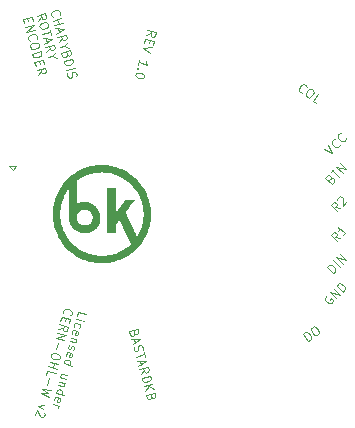
<source format=gbr>
%TF.GenerationSoftware,KiCad,Pcbnew,(6.0.2)*%
%TF.CreationDate,2022-04-26T00:42:37+10:00*%
%TF.ProjectId,adapter,61646170-7465-4722-9e6b-696361645f70,1.2*%
%TF.SameCoordinates,Original*%
%TF.FileFunction,Legend,Top*%
%TF.FilePolarity,Positive*%
%FSLAX46Y46*%
G04 Gerber Fmt 4.6, Leading zero omitted, Abs format (unit mm)*
G04 Created by KiCad (PCBNEW (6.0.2)) date 2022-04-26 00:42:37*
%MOMM*%
%LPD*%
G01*
G04 APERTURE LIST*
%ADD10C,0.100000*%
%ADD11C,0.150000*%
%ADD12C,0.120000*%
%ADD13R,2.000000X2.000000*%
%ADD14C,2.000000*%
%ADD15R,3.200000X2.000000*%
%ADD16O,1.700000X1.700000*%
%ADD17R,1.700000X1.700000*%
%ADD18C,4.000000*%
%ADD19C,0.800000*%
G04 APERTURE END LIST*
D10*
X50399976Y-52198693D02*
X50492412Y-51853720D01*
X51216856Y-52047834D01*
X50335272Y-52440175D02*
X50818235Y-52569584D01*
X51059716Y-52634289D02*
X51034462Y-52590548D01*
X50990721Y-52615802D01*
X51015975Y-52659543D01*
X51059716Y-52634289D01*
X50990721Y-52615802D01*
X50194142Y-53104868D02*
X50178131Y-53026630D01*
X50215106Y-52888640D01*
X50268090Y-52828889D01*
X50311831Y-52803635D01*
X50390069Y-52787625D01*
X50597053Y-52843086D01*
X50656804Y-52896071D01*
X50682058Y-52939812D01*
X50698069Y-53018050D01*
X50661094Y-53156039D01*
X50608110Y-53215790D01*
X50037002Y-53691323D02*
X50020991Y-53613085D01*
X50057965Y-53475095D01*
X50110950Y-53415344D01*
X50189188Y-53399334D01*
X50465167Y-53473282D01*
X50524918Y-53526267D01*
X50540928Y-53604505D01*
X50503954Y-53742494D01*
X50450970Y-53802245D01*
X50372732Y-53818256D01*
X50303737Y-53799769D01*
X50327178Y-53436308D01*
X50393032Y-54156462D02*
X49910069Y-54027053D01*
X50324037Y-54137975D02*
X50349291Y-54181716D01*
X50365301Y-54259955D01*
X50337571Y-54363447D01*
X50284586Y-54423198D01*
X50206348Y-54439208D01*
X49826877Y-54337529D01*
X49778183Y-54657249D02*
X49725198Y-54717000D01*
X49688224Y-54854989D01*
X49704234Y-54933228D01*
X49763985Y-54986212D01*
X49798483Y-54995456D01*
X49876721Y-54979445D01*
X49929705Y-54919694D01*
X49957436Y-54816202D01*
X50010420Y-54756451D01*
X50088659Y-54740441D01*
X50123156Y-54749684D01*
X50182907Y-54802669D01*
X50198918Y-54880907D01*
X50171187Y-54984399D01*
X50118202Y-55044150D01*
X49537851Y-55554180D02*
X49521840Y-55475942D01*
X49558814Y-55337952D01*
X49611799Y-55278201D01*
X49690037Y-55262191D01*
X49966016Y-55336139D01*
X50025767Y-55389124D01*
X50041777Y-55467362D01*
X50004803Y-55605351D01*
X49951819Y-55665102D01*
X49873581Y-55681113D01*
X49804586Y-55662626D01*
X49828027Y-55299165D01*
X49327726Y-56200386D02*
X50052170Y-56394500D01*
X49362223Y-56209630D02*
X49346213Y-56131391D01*
X49383187Y-55993402D01*
X49436172Y-55933651D01*
X49479913Y-55908397D01*
X49558151Y-55892387D01*
X49765135Y-55947848D01*
X49824886Y-56000832D01*
X49850140Y-56044573D01*
X49866150Y-56122811D01*
X49829176Y-56260801D01*
X49776192Y-56320552D01*
X49487165Y-57537203D02*
X49004202Y-57407793D01*
X49570357Y-57226727D02*
X49190886Y-57125048D01*
X49112648Y-57141058D01*
X49059663Y-57200809D01*
X49031933Y-57304301D01*
X49047943Y-57382540D01*
X49073197Y-57426280D01*
X49394730Y-57882176D02*
X48911767Y-57752767D01*
X49325735Y-57863689D02*
X49350989Y-57907430D01*
X49366999Y-57985668D01*
X49339269Y-58089160D01*
X49286284Y-58148912D01*
X49208046Y-58164922D01*
X48828575Y-58063243D01*
X48652948Y-58718693D02*
X49377392Y-58912807D01*
X48687445Y-58727936D02*
X48671435Y-58649698D01*
X48708409Y-58511709D01*
X48761393Y-58451957D01*
X48805134Y-58426704D01*
X48883373Y-58410693D01*
X49090357Y-58466155D01*
X49150108Y-58519139D01*
X49175362Y-58562880D01*
X49191372Y-58641118D01*
X49154398Y-58779107D01*
X49101413Y-58838859D01*
X48521061Y-59348889D02*
X48505051Y-59270650D01*
X48542025Y-59132661D01*
X48595010Y-59072910D01*
X48673248Y-59056899D01*
X48949227Y-59130848D01*
X49008978Y-59183832D01*
X49024988Y-59262070D01*
X48988014Y-59400060D01*
X48935030Y-59459811D01*
X48856791Y-59475821D01*
X48787797Y-59457334D01*
X48811237Y-59093874D01*
X48394129Y-59684618D02*
X48877092Y-59814028D01*
X48739102Y-59777054D02*
X48798853Y-59830038D01*
X48824107Y-59873779D01*
X48840118Y-59952017D01*
X48821630Y-60021012D01*
X49284129Y-51973651D02*
X49258875Y-51929910D01*
X49252108Y-51817175D01*
X49270596Y-51748180D01*
X49332823Y-51653931D01*
X49420305Y-51603424D01*
X49498543Y-51587414D01*
X49645776Y-51589890D01*
X49749268Y-51617621D01*
X49878014Y-51689092D01*
X49937766Y-51742077D01*
X49988273Y-51829559D01*
X49995040Y-51942294D01*
X49976553Y-52011289D01*
X49914325Y-52105537D01*
X49870584Y-52130791D01*
X49511413Y-52367319D02*
X49446709Y-52608801D01*
X49039507Y-52610614D02*
X49131942Y-52265640D01*
X49856387Y-52459754D01*
X49763951Y-52804728D01*
X48845393Y-53335058D02*
X49255071Y-53186012D01*
X48956315Y-52921090D02*
X49680760Y-53115204D01*
X49606811Y-53391183D01*
X49553827Y-53450934D01*
X49510086Y-53476188D01*
X49431848Y-53492198D01*
X49328356Y-53464468D01*
X49268605Y-53411483D01*
X49243351Y-53367742D01*
X49227340Y-53289504D01*
X49301289Y-53013525D01*
X48762201Y-53645534D02*
X49486645Y-53839649D01*
X48651279Y-54059502D01*
X49375723Y-54253617D01*
X48834822Y-54478424D02*
X48686925Y-55030382D01*
X49005981Y-55633511D02*
X48969007Y-55771500D01*
X48916023Y-55831251D01*
X48828541Y-55881759D01*
X48681308Y-55879282D01*
X48439827Y-55814577D01*
X48311081Y-55743106D01*
X48260573Y-55655624D01*
X48244563Y-55577386D01*
X48281537Y-55439396D01*
X48334521Y-55379645D01*
X48422003Y-55329138D01*
X48569236Y-55331614D01*
X48810718Y-55396319D01*
X48939463Y-55467791D01*
X48989971Y-55555273D01*
X49005981Y-55633511D01*
X48115153Y-56060349D02*
X48839598Y-56254463D01*
X48494624Y-56162028D02*
X48383702Y-56575996D01*
X48004231Y-56474317D02*
X48728675Y-56668431D01*
X47819360Y-57164264D02*
X47911796Y-56819291D01*
X48636240Y-57013405D01*
X48030634Y-57479694D02*
X47882738Y-58031651D01*
X48257255Y-58427796D02*
X47486593Y-58406169D01*
X47967079Y-58682811D01*
X47412645Y-58682147D01*
X48090871Y-59048749D01*
X47646032Y-59742985D02*
X47116851Y-59786063D01*
X47553597Y-60087959D01*
X47661379Y-60375658D02*
X47686632Y-60419399D01*
X47702643Y-60497637D01*
X47656425Y-60670124D01*
X47603441Y-60729875D01*
X47559700Y-60755129D01*
X47481461Y-60771139D01*
X47412467Y-60752652D01*
X47318218Y-60690424D01*
X47015172Y-60165534D01*
X46895006Y-60613999D01*
X72751522Y-43028299D02*
X72322208Y-42952538D01*
X72448477Y-43331345D02*
X71918147Y-42801015D01*
X72120177Y-42598984D01*
X72195938Y-42573730D01*
X72246446Y-42573730D01*
X72322208Y-42598984D01*
X72397969Y-42674746D01*
X72423223Y-42750507D01*
X72423223Y-42801015D01*
X72397969Y-42876776D01*
X72195938Y-43078807D01*
X72473730Y-42346446D02*
X72473730Y-42295938D01*
X72498984Y-42220177D01*
X72625253Y-42093908D01*
X72701015Y-42068654D01*
X72751522Y-42068654D01*
X72827284Y-42093908D01*
X72877791Y-42144416D01*
X72928299Y-42245431D01*
X72928299Y-42851522D01*
X73256599Y-42523223D01*
X71640354Y-50458896D02*
X71564593Y-50484150D01*
X71488832Y-50559912D01*
X71438324Y-50660927D01*
X71438324Y-50761942D01*
X71463578Y-50837704D01*
X71539339Y-50963973D01*
X71615101Y-51039734D01*
X71741370Y-51115496D01*
X71817131Y-51140749D01*
X71918146Y-51140749D01*
X72019162Y-51090242D01*
X72069669Y-51039734D01*
X72120177Y-50938719D01*
X72120177Y-50888211D01*
X71943400Y-50711435D01*
X71842385Y-50812450D01*
X72397969Y-50711435D02*
X71867639Y-50181105D01*
X72701015Y-50408389D01*
X72170685Y-49878059D01*
X72953553Y-50155851D02*
X72423223Y-49625521D01*
X72549492Y-49499252D01*
X72650507Y-49448744D01*
X72751522Y-49448744D01*
X72827284Y-49473998D01*
X72953553Y-49549759D01*
X73029314Y-49625521D01*
X73105076Y-49751790D01*
X73130329Y-49827551D01*
X73130329Y-49928566D01*
X73079822Y-50029582D01*
X72953553Y-50155851D01*
X71892892Y-40564062D02*
X71993907Y-40513554D01*
X72044415Y-40513554D01*
X72120176Y-40538808D01*
X72195938Y-40614569D01*
X72221192Y-40690331D01*
X72221192Y-40740838D01*
X72195938Y-40816600D01*
X71993907Y-41018630D01*
X71463577Y-40488300D01*
X71640354Y-40311523D01*
X71716115Y-40286270D01*
X71766623Y-40286270D01*
X71842384Y-40311523D01*
X71892892Y-40362031D01*
X71918146Y-40437792D01*
X71918146Y-40488300D01*
X71892892Y-40564062D01*
X71716115Y-40740838D01*
X71918146Y-40033731D02*
X72221192Y-39730686D01*
X72599999Y-40412539D02*
X72069669Y-39882209D01*
X72928298Y-40084239D02*
X72397968Y-39553909D01*
X73231344Y-39781193D01*
X72701014Y-39250863D01*
X55294615Y-53647087D02*
X55287848Y-53759822D01*
X55262594Y-53803563D01*
X55202843Y-53856548D01*
X55099351Y-53884278D01*
X55021113Y-53868268D01*
X54977372Y-53843014D01*
X54924388Y-53783263D01*
X54850439Y-53507284D01*
X55574884Y-53313170D01*
X55639588Y-53554651D01*
X55623578Y-53632890D01*
X55598324Y-53676631D01*
X55538573Y-53729615D01*
X55469578Y-53748102D01*
X55391340Y-53732092D01*
X55347599Y-53706838D01*
X55294615Y-53647087D01*
X55229910Y-53405605D01*
X55242294Y-54141770D02*
X55334730Y-54486744D01*
X55016823Y-54128237D02*
X55805972Y-54175604D01*
X55146232Y-54611200D01*
X55236191Y-54808940D02*
X55229424Y-54921676D01*
X55275642Y-55094162D01*
X55328626Y-55153914D01*
X55372367Y-55179167D01*
X55450606Y-55195178D01*
X55519600Y-55176691D01*
X55579351Y-55123706D01*
X55604605Y-55079965D01*
X55620616Y-55001727D01*
X55618139Y-54854494D01*
X55634149Y-54776256D01*
X55659403Y-54732515D01*
X55719154Y-54679531D01*
X55788149Y-54661044D01*
X55866387Y-54677054D01*
X55910128Y-54702308D01*
X55963112Y-54762059D01*
X56009330Y-54934546D01*
X56002563Y-55047281D01*
X56092522Y-55245022D02*
X56203444Y-55658990D01*
X55423539Y-55646120D02*
X56147983Y-55452006D01*
X55741445Y-56004627D02*
X55833881Y-56349601D01*
X55515974Y-55991094D02*
X56305123Y-56038461D01*
X55645384Y-56474056D01*
X55821011Y-57129506D02*
X56101279Y-56795589D01*
X55710088Y-56715538D02*
X56434533Y-56521424D01*
X56508481Y-56797402D01*
X56492471Y-56875641D01*
X56467217Y-56919382D01*
X56407466Y-56972366D01*
X56303974Y-57000097D01*
X56225735Y-56984086D01*
X56181995Y-56958833D01*
X56129010Y-56899081D01*
X56055062Y-56623103D01*
X55904203Y-57439982D02*
X56628647Y-57245868D01*
X56674865Y-57418355D01*
X56668098Y-57531090D01*
X56617590Y-57618572D01*
X56557839Y-57671557D01*
X56429093Y-57743028D01*
X56325601Y-57770759D01*
X56178368Y-57773235D01*
X56100130Y-57757225D01*
X56012648Y-57706718D01*
X55950420Y-57612469D01*
X55904203Y-57439982D01*
X56098317Y-58164427D02*
X56822761Y-57970312D01*
X56209239Y-58578395D02*
X56540016Y-58156996D01*
X56933684Y-58384281D02*
X56408793Y-58081235D01*
X56736607Y-59028674D02*
X56729840Y-59141409D01*
X56704586Y-59185150D01*
X56644835Y-59238134D01*
X56541343Y-59265865D01*
X56463105Y-59249855D01*
X56419364Y-59224601D01*
X56366379Y-59164850D01*
X56292431Y-58888871D01*
X57016875Y-58694757D01*
X57081580Y-58936238D01*
X57065570Y-59014476D01*
X57040316Y-59058217D01*
X56980565Y-59111202D01*
X56911570Y-59129689D01*
X56833332Y-59113679D01*
X56789591Y-59088425D01*
X56736607Y-59028674D01*
X56671902Y-58787192D01*
X69529370Y-33289112D02*
X69479630Y-33297882D01*
X69371379Y-33265683D01*
X69312868Y-33224714D01*
X69245587Y-33134003D01*
X69228046Y-33034523D01*
X69239760Y-32955527D01*
X69292444Y-32818021D01*
X69353898Y-32730254D01*
X69465093Y-32633717D01*
X69535319Y-32595691D01*
X69634799Y-32578150D01*
X69743050Y-32610349D01*
X69801561Y-32651319D01*
X69868843Y-32742029D01*
X69877613Y-32791770D01*
X70298904Y-32999562D02*
X70415925Y-33081502D01*
X70453951Y-33151727D01*
X70471492Y-33251207D01*
X70418808Y-33388714D01*
X70275414Y-33593502D01*
X70164219Y-33690039D01*
X70064739Y-33707580D01*
X69985743Y-33695866D01*
X69868721Y-33613926D01*
X69830695Y-33543701D01*
X69813154Y-33444220D01*
X69865838Y-33306714D01*
X70009232Y-33101926D01*
X70120427Y-33005389D01*
X70219908Y-32987848D01*
X70298904Y-32999562D01*
X70687873Y-34187503D02*
X70395319Y-33982654D01*
X70825501Y-33368290D01*
X70023891Y-54307926D02*
X69593709Y-53693562D01*
X69739986Y-53591138D01*
X69848237Y-53558939D01*
X69947718Y-53576480D01*
X70017943Y-53614506D01*
X70129138Y-53711043D01*
X70190593Y-53798809D01*
X70243277Y-53936316D01*
X70254991Y-54015311D01*
X70237450Y-54114792D01*
X70170168Y-54205502D01*
X70023891Y-54307926D01*
X70325095Y-53181441D02*
X70442116Y-53099501D01*
X70521112Y-53087787D01*
X70620593Y-53105328D01*
X70731788Y-53201865D01*
X70875182Y-53406653D01*
X70927866Y-53544159D01*
X70910325Y-53643640D01*
X70872299Y-53713865D01*
X70755277Y-53795805D01*
X70676281Y-53807519D01*
X70576801Y-53789978D01*
X70465606Y-53693441D01*
X70322212Y-53488653D01*
X70269528Y-53351146D01*
X70287069Y-53251666D01*
X70325095Y-53181441D01*
X48381588Y-26856042D02*
X48337847Y-26830788D01*
X48275619Y-26736540D01*
X48257132Y-26667545D01*
X48263899Y-26554810D01*
X48314406Y-26467328D01*
X48374157Y-26414343D01*
X48502903Y-26342872D01*
X48606395Y-26315141D01*
X48753628Y-26312664D01*
X48831866Y-26328675D01*
X48919348Y-26379182D01*
X48981576Y-26473431D01*
X49000063Y-26542426D01*
X48993297Y-26655161D01*
X48968043Y-26698902D01*
X48395785Y-27185005D02*
X49120229Y-26990891D01*
X48775256Y-27083326D02*
X48886178Y-27497295D01*
X48506707Y-27598974D02*
X49231152Y-27404859D01*
X48796883Y-27853989D02*
X48889319Y-28198962D01*
X48571412Y-27840455D02*
X49360561Y-27887822D01*
X48700822Y-28323418D01*
X48876449Y-28978868D02*
X49156718Y-28644951D01*
X48765526Y-28564899D02*
X49489971Y-28370785D01*
X49563919Y-28646764D01*
X49547909Y-28725002D01*
X49522655Y-28768743D01*
X49462904Y-28821728D01*
X49359412Y-28849458D01*
X49281173Y-28833448D01*
X49237433Y-28808194D01*
X49184448Y-28748443D01*
X49110500Y-28472464D01*
X49341588Y-29334898D02*
X48996615Y-29427333D01*
X49656354Y-28991737D02*
X49341588Y-29334898D01*
X49785764Y-29474700D01*
X49570200Y-30050099D02*
X49563433Y-30162834D01*
X49538179Y-30206575D01*
X49478428Y-30259560D01*
X49374936Y-30287290D01*
X49296698Y-30271280D01*
X49252957Y-30246026D01*
X49199973Y-30186275D01*
X49126024Y-29910296D01*
X49850469Y-29716182D01*
X49915173Y-29957663D01*
X49899163Y-30035902D01*
X49873909Y-30079642D01*
X49814158Y-30132627D01*
X49745163Y-30151114D01*
X49666925Y-30135104D01*
X49623184Y-30109850D01*
X49570200Y-30050099D01*
X49505495Y-29808617D01*
X49320139Y-30634741D02*
X50044583Y-30440626D01*
X50090801Y-30613113D01*
X50084034Y-30725849D01*
X50033526Y-30813330D01*
X49973775Y-30866315D01*
X49845029Y-30937786D01*
X49741537Y-30965517D01*
X49594304Y-30967994D01*
X49516066Y-30951983D01*
X49428584Y-30901476D01*
X49366356Y-30807227D01*
X49320139Y-30634741D01*
X49514253Y-31359185D02*
X50238697Y-31165071D01*
X49631942Y-31660417D02*
X49625175Y-31773153D01*
X49671393Y-31945640D01*
X49724377Y-32005391D01*
X49768118Y-32030645D01*
X49846357Y-32046655D01*
X49915351Y-32028168D01*
X49975102Y-31975184D01*
X50000356Y-31931443D01*
X50016367Y-31853204D01*
X50013890Y-31705972D01*
X50029900Y-31627733D01*
X50055154Y-31583992D01*
X50114905Y-31531008D01*
X50183900Y-31512521D01*
X50262138Y-31528531D01*
X50305879Y-31553785D01*
X50358863Y-31613536D01*
X50405081Y-31786023D01*
X50398314Y-31898758D01*
X47146238Y-27187053D02*
X47426507Y-26853136D01*
X47035316Y-26773085D02*
X47759760Y-26578971D01*
X47833708Y-26854950D01*
X47817698Y-26933188D01*
X47792444Y-26976929D01*
X47732693Y-27029913D01*
X47629201Y-27057644D01*
X47550963Y-27041633D01*
X47507222Y-27016380D01*
X47454237Y-26956628D01*
X47380289Y-26680650D01*
X47990848Y-27441405D02*
X48027823Y-27579394D01*
X48011812Y-27657632D01*
X47961305Y-27745114D01*
X47832559Y-27816585D01*
X47591077Y-27881290D01*
X47443844Y-27883767D01*
X47356363Y-27833259D01*
X47303378Y-27773508D01*
X47266404Y-27635519D01*
X47282414Y-27557281D01*
X47332922Y-27469799D01*
X47461668Y-27398327D01*
X47703149Y-27333623D01*
X47850382Y-27331146D01*
X47937864Y-27381653D01*
X47990848Y-27441405D01*
X48129501Y-27958865D02*
X48240424Y-28372833D01*
X47460518Y-28359963D02*
X48184963Y-28165849D01*
X47778425Y-28718470D02*
X47870860Y-29063444D01*
X47552954Y-28704937D02*
X48342103Y-28752304D01*
X47682363Y-29187900D01*
X47857990Y-29843349D02*
X48138259Y-29509432D01*
X47747068Y-29429381D02*
X48471512Y-29235267D01*
X48545461Y-29511246D01*
X48529450Y-29589484D01*
X48504197Y-29633225D01*
X48444445Y-29686209D01*
X48340953Y-29713940D01*
X48262715Y-29697929D01*
X48218974Y-29672676D01*
X48165990Y-29612924D01*
X48092041Y-29336946D01*
X48323130Y-30199379D02*
X47978156Y-30291815D01*
X48637896Y-29856219D02*
X48323130Y-30199379D01*
X48767306Y-30339182D01*
X46248431Y-26983930D02*
X46313136Y-27225412D01*
X45961396Y-27430583D02*
X45868961Y-27085609D01*
X46593405Y-26891495D01*
X46685840Y-27236468D01*
X46044588Y-27741059D02*
X46769032Y-27546944D01*
X46155510Y-28155027D01*
X46879955Y-27960913D01*
X46427863Y-28895482D02*
X46384122Y-28870228D01*
X46321894Y-28775979D01*
X46303407Y-28706985D01*
X46310174Y-28594249D01*
X46360681Y-28506767D01*
X46420432Y-28453783D01*
X46549178Y-28382311D01*
X46652670Y-28354581D01*
X46799903Y-28352104D01*
X46878141Y-28368114D01*
X46965623Y-28418622D01*
X47027851Y-28512870D01*
X47046338Y-28581865D01*
X47039572Y-28694601D01*
X47014318Y-28738341D01*
X47203478Y-29168320D02*
X47240453Y-29306309D01*
X47224442Y-29384548D01*
X47173935Y-29472029D01*
X47045189Y-29543501D01*
X46803707Y-29608206D01*
X46656474Y-29610682D01*
X46568993Y-29560175D01*
X46516008Y-29500424D01*
X46479034Y-29362434D01*
X46495044Y-29284196D01*
X46545552Y-29196714D01*
X46674298Y-29125243D01*
X46915779Y-29060538D01*
X47063012Y-29058061D01*
X47150494Y-29108569D01*
X47203478Y-29168320D01*
X46645418Y-29983387D02*
X47369862Y-29789272D01*
X47416080Y-29961759D01*
X47409313Y-30074495D01*
X47358805Y-30161976D01*
X47299054Y-30214961D01*
X47170308Y-30286432D01*
X47066816Y-30314163D01*
X46919583Y-30316640D01*
X46841345Y-30300629D01*
X46753863Y-30250122D01*
X46691635Y-30155873D01*
X46645418Y-29983387D01*
X47219003Y-30606152D02*
X47283708Y-30847633D01*
X46931967Y-31052804D02*
X46839532Y-30707831D01*
X47563976Y-30513717D01*
X47656412Y-30858690D01*
X47126082Y-31777249D02*
X47406350Y-31443332D01*
X47015159Y-31363281D02*
X47739604Y-31169166D01*
X47813552Y-31445145D01*
X47797542Y-31523383D01*
X47772288Y-31567124D01*
X47712537Y-31620109D01*
X47609045Y-31647839D01*
X47530806Y-31631829D01*
X47487065Y-31606575D01*
X47434081Y-31546824D01*
X47360133Y-31270845D01*
X71362562Y-38036688D02*
X72069669Y-38390242D01*
X71716115Y-37683135D01*
X72675760Y-37683135D02*
X72675760Y-37733643D01*
X72625253Y-37834658D01*
X72574745Y-37885166D01*
X72473730Y-37935673D01*
X72372714Y-37935673D01*
X72296953Y-37910419D01*
X72170684Y-37834658D01*
X72094922Y-37758896D01*
X72019161Y-37632627D01*
X71993907Y-37556866D01*
X71993907Y-37455851D01*
X72044415Y-37354835D01*
X72094922Y-37304328D01*
X72195938Y-37253820D01*
X72246445Y-37253820D01*
X73206090Y-37152805D02*
X73206090Y-37203313D01*
X73155583Y-37304328D01*
X73105075Y-37354835D01*
X73004060Y-37405343D01*
X72903044Y-37405343D01*
X72827283Y-37380089D01*
X72701014Y-37304328D01*
X72625253Y-37228566D01*
X72549491Y-37102297D01*
X72524237Y-37026536D01*
X72524237Y-36925521D01*
X72574745Y-36824505D01*
X72625253Y-36773998D01*
X72726268Y-36723490D01*
X72776775Y-36723490D01*
X72751522Y-45568299D02*
X72322208Y-45492538D01*
X72448477Y-45871345D02*
X71918147Y-45341015D01*
X72120177Y-45138984D01*
X72195938Y-45113730D01*
X72246446Y-45113730D01*
X72322208Y-45138984D01*
X72397969Y-45214746D01*
X72423223Y-45290507D01*
X72423223Y-45341015D01*
X72397969Y-45416776D01*
X72195938Y-45618807D01*
X73256599Y-45063223D02*
X72953553Y-45366269D01*
X73105076Y-45214746D02*
X72574746Y-44684416D01*
X72600000Y-44810685D01*
X72600000Y-44911700D01*
X72574746Y-44987461D01*
X72145431Y-48562868D02*
X71615101Y-48032538D01*
X71741370Y-47906269D01*
X71842385Y-47855761D01*
X71943400Y-47855761D01*
X72019162Y-47881015D01*
X72145431Y-47956776D01*
X72221192Y-48032538D01*
X72296954Y-48158807D01*
X72322207Y-48234568D01*
X72322207Y-48335583D01*
X72271700Y-48436599D01*
X72145431Y-48562868D01*
X72675761Y-48032538D02*
X72145431Y-47502208D01*
X72928299Y-47780000D02*
X72397969Y-47249669D01*
X73231345Y-47476954D01*
X72701015Y-46946624D01*
X56288234Y-28409805D02*
X56697912Y-28260759D01*
X56399156Y-27995837D02*
X57123601Y-28189951D01*
X57049652Y-28465930D01*
X56996668Y-28525681D01*
X56952927Y-28550935D01*
X56874689Y-28566945D01*
X56771197Y-28539215D01*
X56711446Y-28486230D01*
X56686192Y-28442489D01*
X56670182Y-28364251D01*
X56744130Y-28088272D01*
X56584513Y-28821960D02*
X56519808Y-29063442D01*
X56112607Y-29065255D02*
X56205042Y-28720281D01*
X56929486Y-28914396D01*
X56837051Y-29259369D01*
X56781590Y-29466353D02*
X55992441Y-29513720D01*
X56652180Y-29949316D01*
X55613456Y-30928112D02*
X55724378Y-30514144D01*
X55668917Y-30721128D02*
X56393361Y-30915242D01*
X56308356Y-30818517D01*
X56257849Y-30731035D01*
X56241838Y-30652797D01*
X55599258Y-31257075D02*
X55555518Y-31282329D01*
X55530264Y-31238588D01*
X55574005Y-31213334D01*
X55599258Y-31257075D01*
X55530264Y-31238588D01*
X56125299Y-31915665D02*
X56106812Y-31984660D01*
X56053827Y-32044411D01*
X56010086Y-32069665D01*
X55931848Y-32085675D01*
X55784615Y-32083198D01*
X55612128Y-32036981D01*
X55483382Y-31965509D01*
X55423631Y-31912525D01*
X55398377Y-31868784D01*
X55382367Y-31790545D01*
X55400854Y-31721551D01*
X55453839Y-31661800D01*
X55497580Y-31636546D01*
X55575818Y-31620536D01*
X55723051Y-31623012D01*
X55895538Y-31669230D01*
X56024283Y-31740702D01*
X56084035Y-31793686D01*
X56109288Y-31837427D01*
X56125299Y-31915665D01*
D11*
%TO.C,*%
D12*
%TO.C,SW1*%
X45300000Y-39500000D02*
X45000000Y-39800000D01*
X44700000Y-39500000D02*
X45300000Y-39500000D01*
X45000000Y-39800000D02*
X44700000Y-39500000D01*
%TO.C,G\u002A\u002A\u002A*%
G36*
X48392480Y-43521094D02*
G01*
X48393991Y-43439711D01*
X48396466Y-43364345D01*
X48400048Y-43293199D01*
X48404876Y-43224479D01*
X48411092Y-43156391D01*
X48418836Y-43087139D01*
X48428248Y-43014929D01*
X48436807Y-42955603D01*
X48467030Y-42779836D01*
X48504755Y-42606106D01*
X48549846Y-42434629D01*
X48602165Y-42265621D01*
X48661575Y-42099299D01*
X48727938Y-41935880D01*
X48801116Y-41775580D01*
X48880973Y-41618616D01*
X48967371Y-41465204D01*
X49060172Y-41315562D01*
X49159239Y-41169905D01*
X49264435Y-41028450D01*
X49375622Y-40891414D01*
X49492663Y-40759014D01*
X49615420Y-40631466D01*
X49743756Y-40508986D01*
X49877533Y-40391792D01*
X50016614Y-40280099D01*
X50160862Y-40174126D01*
X50233055Y-40124575D01*
X50385036Y-40027312D01*
X50540973Y-39936785D01*
X50700589Y-39853137D01*
X50863607Y-39776510D01*
X51029751Y-39707045D01*
X51098964Y-39680572D01*
X51256020Y-39625552D01*
X51413622Y-39577290D01*
X51572576Y-39535613D01*
X51733687Y-39500345D01*
X51897760Y-39471309D01*
X52065600Y-39448330D01*
X52238012Y-39431233D01*
X52243692Y-39430775D01*
X52297379Y-39427218D01*
X52357441Y-39424555D01*
X52422450Y-39422777D01*
X52490980Y-39421875D01*
X52561604Y-39421837D01*
X52632894Y-39422656D01*
X52703422Y-39424321D01*
X52771763Y-39426823D01*
X52836489Y-39430153D01*
X52896172Y-39434300D01*
X52907359Y-39435225D01*
X53085810Y-39454336D01*
X53262779Y-39481108D01*
X53438047Y-39515448D01*
X53611395Y-39557266D01*
X53782605Y-39606470D01*
X53951456Y-39662969D01*
X54117730Y-39726671D01*
X54281208Y-39797485D01*
X54441671Y-39875319D01*
X54598899Y-39960082D01*
X54752674Y-40051683D01*
X54902775Y-40150029D01*
X55048985Y-40255030D01*
X55191084Y-40366594D01*
X55243469Y-40410275D01*
X55323807Y-40480631D01*
X55405778Y-40556721D01*
X55487924Y-40637059D01*
X55568793Y-40720156D01*
X55646929Y-40804525D01*
X55720876Y-40888678D01*
X55775991Y-40954783D01*
X55887030Y-41097589D01*
X55991305Y-41244268D01*
X56088758Y-41394608D01*
X56179331Y-41548394D01*
X56262967Y-41705412D01*
X56339606Y-41865449D01*
X56409192Y-42028291D01*
X56471667Y-42193724D01*
X56526973Y-42361535D01*
X56575052Y-42531508D01*
X56615846Y-42703432D01*
X56649297Y-42877091D01*
X56675348Y-43052272D01*
X56693941Y-43228762D01*
X56705017Y-43406346D01*
X56708520Y-43584810D01*
X56704390Y-43763941D01*
X56692571Y-43943525D01*
X56673005Y-44123348D01*
X56659254Y-44220105D01*
X56628282Y-44395876D01*
X56589851Y-44569464D01*
X56544103Y-44740663D01*
X56491183Y-44909268D01*
X56431231Y-45075075D01*
X56364389Y-45237878D01*
X56290802Y-45397472D01*
X56210609Y-45553652D01*
X56123955Y-45706213D01*
X56030982Y-45854950D01*
X55931831Y-45999658D01*
X55826645Y-46140133D01*
X55715566Y-46276168D01*
X55598738Y-46407559D01*
X55476301Y-46534101D01*
X55348399Y-46655589D01*
X55215173Y-46771818D01*
X55076767Y-46882583D01*
X54933322Y-46987678D01*
X54784981Y-47086900D01*
X54631886Y-47180042D01*
X54586162Y-47206144D01*
X54426849Y-47291283D01*
X54264544Y-47369175D01*
X54099382Y-47439776D01*
X53931495Y-47503045D01*
X53761020Y-47558938D01*
X53588088Y-47607413D01*
X53412836Y-47648428D01*
X53235396Y-47681940D01*
X53055903Y-47707906D01*
X52976082Y-47716953D01*
X52921137Y-47722009D01*
X52860394Y-47726445D01*
X52795379Y-47730217D01*
X52727618Y-47733282D01*
X52658638Y-47735596D01*
X52589965Y-47737117D01*
X52523125Y-47737801D01*
X52459645Y-47737604D01*
X52401050Y-47736483D01*
X52353648Y-47734644D01*
X52171100Y-47721568D01*
X51990398Y-47700915D01*
X51811704Y-47672744D01*
X51635174Y-47637117D01*
X51460968Y-47594094D01*
X51289244Y-47543736D01*
X51120160Y-47486103D01*
X50953877Y-47421257D01*
X50790551Y-47349256D01*
X50630342Y-47270164D01*
X50473409Y-47184039D01*
X50319909Y-47090943D01*
X50170003Y-46990936D01*
X50023847Y-46884080D01*
X49924783Y-46805991D01*
X49841872Y-46736437D01*
X49757556Y-46661531D01*
X49673324Y-46582730D01*
X49590661Y-46501488D01*
X49511057Y-46419260D01*
X49435998Y-46337501D01*
X49380275Y-46273469D01*
X49265438Y-46131966D01*
X49157242Y-45986276D01*
X49055730Y-45836476D01*
X48960949Y-45682645D01*
X48872944Y-45524862D01*
X48791761Y-45363206D01*
X48717445Y-45197754D01*
X48650042Y-45028586D01*
X48633622Y-44983911D01*
X48580683Y-44826791D01*
X48533762Y-44665450D01*
X48493098Y-44500992D01*
X48458932Y-44334517D01*
X48431505Y-44167128D01*
X48411057Y-43999924D01*
X48405225Y-43937359D01*
X48400826Y-43881593D01*
X48397361Y-43827904D01*
X48394779Y-43774693D01*
X48393034Y-43720359D01*
X48392074Y-43663300D01*
X48391852Y-43601916D01*
X48392031Y-43576073D01*
X49022504Y-43576073D01*
X49022818Y-43641015D01*
X49023920Y-43700300D01*
X49025910Y-43756093D01*
X49028892Y-43810559D01*
X49032968Y-43865865D01*
X49038239Y-43924177D01*
X49039543Y-43937359D01*
X49059941Y-44101746D01*
X49087956Y-44264414D01*
X49123499Y-44425143D01*
X49166476Y-44583714D01*
X49216797Y-44739908D01*
X49274370Y-44893505D01*
X49339104Y-45044286D01*
X49410906Y-45192031D01*
X49489687Y-45336521D01*
X49575353Y-45477537D01*
X49667814Y-45614859D01*
X49766977Y-45748267D01*
X49824815Y-45820470D01*
X49912655Y-45922828D01*
X50006748Y-46024122D01*
X50105508Y-46122774D01*
X50207352Y-46217205D01*
X50310695Y-46305835D01*
X50317486Y-46311406D01*
X50446758Y-46412188D01*
X50580383Y-46506671D01*
X50718044Y-46594731D01*
X50859427Y-46676242D01*
X51004217Y-46751079D01*
X51152098Y-46819118D01*
X51302757Y-46880233D01*
X51455877Y-46934299D01*
X51611144Y-46981192D01*
X51768242Y-47020786D01*
X51926858Y-47052956D01*
X52086674Y-47077578D01*
X52247378Y-47094525D01*
X52300633Y-47098418D01*
X52324391Y-47099970D01*
X52346930Y-47101454D01*
X52366431Y-47102750D01*
X52381074Y-47103736D01*
X52387028Y-47104148D01*
X52399182Y-47104648D01*
X52418138Y-47104967D01*
X52442844Y-47105119D01*
X52472250Y-47105116D01*
X52505306Y-47104973D01*
X52540960Y-47104702D01*
X52578163Y-47104316D01*
X52615864Y-47103830D01*
X52653013Y-47103255D01*
X52688558Y-47102606D01*
X52721449Y-47101896D01*
X52750636Y-47101137D01*
X52775069Y-47100343D01*
X52793696Y-47099527D01*
X52803293Y-47098904D01*
X52897298Y-47090237D01*
X52985345Y-47080357D01*
X53069272Y-47069018D01*
X53150915Y-47055970D01*
X53230059Y-47041369D01*
X53393211Y-47005403D01*
X53553479Y-46962142D01*
X53710770Y-46911637D01*
X53864993Y-46853933D01*
X54016056Y-46789079D01*
X54163866Y-46717123D01*
X54308333Y-46638112D01*
X54449363Y-46552093D01*
X54586865Y-46459114D01*
X54720748Y-46359224D01*
X54850918Y-46252469D01*
X54977285Y-46138897D01*
X54984313Y-46132274D01*
X55029032Y-46090028D01*
X54531326Y-45057872D01*
X54490326Y-44972856D01*
X54450201Y-44889670D01*
X54411084Y-44808594D01*
X54373110Y-44729906D01*
X54336415Y-44653884D01*
X54301132Y-44580807D01*
X54267396Y-44510953D01*
X54235341Y-44444600D01*
X54205103Y-44382026D01*
X54176816Y-44323511D01*
X54150614Y-44269332D01*
X54126632Y-44219768D01*
X54105004Y-44175096D01*
X54085866Y-44135597D01*
X54069351Y-44101547D01*
X54055595Y-44073225D01*
X54044732Y-44050909D01*
X54036896Y-44034878D01*
X54032222Y-44025411D01*
X54030838Y-44022734D01*
X54028010Y-44025214D01*
X54020834Y-44033401D01*
X54009737Y-44046763D01*
X53995142Y-44064769D01*
X53977474Y-44086887D01*
X53957158Y-44112586D01*
X53934619Y-44141333D01*
X53910281Y-44172597D01*
X53885936Y-44204075D01*
X53743815Y-44388401D01*
X53743815Y-45146883D01*
X53017316Y-45146883D01*
X53017316Y-41369084D01*
X53743815Y-41369084D01*
X53743815Y-42414546D01*
X53743816Y-42521662D01*
X53743820Y-42621201D01*
X53743830Y-42713436D01*
X53743846Y-42798644D01*
X53743872Y-42877101D01*
X53743908Y-42949081D01*
X53743958Y-43014861D01*
X53744022Y-43074715D01*
X53744104Y-43128921D01*
X53744204Y-43177752D01*
X53744325Y-43221485D01*
X53744469Y-43260396D01*
X53744637Y-43294760D01*
X53744833Y-43324852D01*
X53745057Y-43350948D01*
X53745311Y-43373324D01*
X53745599Y-43392255D01*
X53745920Y-43408017D01*
X53746279Y-43420886D01*
X53746675Y-43431136D01*
X53747113Y-43439044D01*
X53747592Y-43444886D01*
X53748116Y-43448936D01*
X53748686Y-43451470D01*
X53749305Y-43452764D01*
X53749973Y-43453094D01*
X53750694Y-43452735D01*
X53751192Y-43452262D01*
X53754249Y-43448254D01*
X53761609Y-43438186D01*
X53773028Y-43422400D01*
X53788260Y-43401241D01*
X53807061Y-43375050D01*
X53829184Y-43344172D01*
X53854386Y-43308947D01*
X53882421Y-43269721D01*
X53913044Y-43226834D01*
X53946010Y-43180631D01*
X53981074Y-43131455D01*
X54017990Y-43079647D01*
X54056514Y-43025551D01*
X54096401Y-42969510D01*
X54128643Y-42924186D01*
X54169387Y-42866909D01*
X54208931Y-42811337D01*
X54247032Y-42757811D01*
X54283448Y-42706671D01*
X54317935Y-42658257D01*
X54350252Y-42612910D01*
X54380154Y-42570970D01*
X54407400Y-42532777D01*
X54431746Y-42498672D01*
X54452950Y-42468996D01*
X54470769Y-42444088D01*
X54484960Y-42424288D01*
X54495281Y-42409939D01*
X54501488Y-42401378D01*
X54503328Y-42398928D01*
X54505562Y-42398110D01*
X54510895Y-42397391D01*
X54519706Y-42396765D01*
X54532377Y-42396231D01*
X54549288Y-42395784D01*
X54570821Y-42395421D01*
X54597357Y-42395139D01*
X54629277Y-42394932D01*
X54666962Y-42394799D01*
X54710792Y-42394735D01*
X54761149Y-42394737D01*
X54818414Y-42394800D01*
X54882968Y-42394922D01*
X54916885Y-42395001D01*
X55325832Y-42396001D01*
X54935116Y-42898661D01*
X54892070Y-42954052D01*
X54850328Y-43007788D01*
X54810145Y-43059539D01*
X54771778Y-43108976D01*
X54735480Y-43155769D01*
X54701508Y-43199588D01*
X54670116Y-43240103D01*
X54641561Y-43276985D01*
X54616096Y-43309904D01*
X54593978Y-43338531D01*
X54575463Y-43362535D01*
X54560804Y-43381587D01*
X54550257Y-43395357D01*
X54544079Y-43403516D01*
X54542455Y-43405773D01*
X54543918Y-43409729D01*
X54548608Y-43420408D01*
X54556355Y-43437449D01*
X54566990Y-43460493D01*
X54580344Y-43489182D01*
X54596247Y-43523155D01*
X54614530Y-43562054D01*
X54635022Y-43605518D01*
X54657555Y-43653189D01*
X54681959Y-43704707D01*
X54708063Y-43759713D01*
X54735700Y-43817847D01*
X54764699Y-43878750D01*
X54794890Y-43942063D01*
X54826105Y-44007426D01*
X54840732Y-44038024D01*
X54874460Y-44108554D01*
X54908509Y-44179755D01*
X54942609Y-44251065D01*
X54976492Y-44321922D01*
X55009889Y-44391764D01*
X55042532Y-44460028D01*
X55074151Y-44526153D01*
X55104477Y-44589575D01*
X55133242Y-44649734D01*
X55160177Y-44706066D01*
X55185013Y-44758009D01*
X55207482Y-44805002D01*
X55227313Y-44846482D01*
X55244239Y-44881886D01*
X55255466Y-44905371D01*
X55277724Y-44951931D01*
X55301200Y-45001038D01*
X55325303Y-45051456D01*
X55349444Y-45101953D01*
X55373033Y-45151294D01*
X55395481Y-45198247D01*
X55416197Y-45241577D01*
X55434592Y-45280050D01*
X55447350Y-45306734D01*
X55463242Y-45339860D01*
X55478143Y-45370713D01*
X55491707Y-45398588D01*
X55503587Y-45422780D01*
X55513434Y-45442587D01*
X55520902Y-45457302D01*
X55525643Y-45466223D01*
X55527267Y-45468724D01*
X55530128Y-45465534D01*
X55536330Y-45456435D01*
X55545325Y-45442344D01*
X55556565Y-45424175D01*
X55569503Y-45402844D01*
X55583590Y-45379267D01*
X55598279Y-45354359D01*
X55613021Y-45329035D01*
X55627270Y-45304211D01*
X55640477Y-45280803D01*
X55649762Y-45264008D01*
X55723714Y-45120639D01*
X55791142Y-44973210D01*
X55851848Y-44822315D01*
X55905635Y-44668547D01*
X55952305Y-44512501D01*
X55991661Y-44354769D01*
X56023506Y-44195945D01*
X56040637Y-44088549D01*
X56048465Y-44031958D01*
X56055048Y-43979911D01*
X56060482Y-43930971D01*
X56064862Y-43883696D01*
X56068286Y-43836648D01*
X56070848Y-43788387D01*
X56072645Y-43737474D01*
X56073773Y-43682469D01*
X56074328Y-43621933D01*
X56074426Y-43581963D01*
X56074359Y-43529077D01*
X56074066Y-43482742D01*
X56073484Y-43441657D01*
X56072549Y-43404520D01*
X56071198Y-43370029D01*
X56069366Y-43336883D01*
X56066990Y-43303780D01*
X56064007Y-43269420D01*
X56060352Y-43232501D01*
X56055961Y-43191720D01*
X56054813Y-43181406D01*
X56032526Y-43017374D01*
X56002629Y-42855070D01*
X55965219Y-42694730D01*
X55920398Y-42536591D01*
X55868265Y-42380890D01*
X55808919Y-42227863D01*
X55742461Y-42077747D01*
X55668990Y-41930778D01*
X55588606Y-41787193D01*
X55501409Y-41647228D01*
X55407498Y-41511121D01*
X55306974Y-41379107D01*
X55281406Y-41347486D01*
X55193211Y-41244100D01*
X55099112Y-41142109D01*
X55000689Y-41043097D01*
X54899519Y-40948650D01*
X54797183Y-40860352D01*
X54790470Y-40854815D01*
X54659326Y-40751974D01*
X54524147Y-40655785D01*
X54385152Y-40566341D01*
X54242561Y-40483731D01*
X54096594Y-40408048D01*
X53947469Y-40339384D01*
X53795406Y-40277829D01*
X53640625Y-40223476D01*
X53483345Y-40176416D01*
X53323785Y-40136740D01*
X53162165Y-40104539D01*
X52998704Y-40079906D01*
X52907359Y-40069543D01*
X52849016Y-40064076D01*
X52794137Y-40059794D01*
X52740611Y-40056599D01*
X52686323Y-40054392D01*
X52629161Y-40053073D01*
X52567012Y-40052545D01*
X52544109Y-40052528D01*
X52488803Y-40052791D01*
X52439351Y-40053534D01*
X52393761Y-40054853D01*
X52350043Y-40056844D01*
X52306206Y-40059603D01*
X52260259Y-40063226D01*
X52210210Y-40067810D01*
X52192640Y-40069532D01*
X52028450Y-40089763D01*
X51865799Y-40117664D01*
X51704910Y-40153159D01*
X51546009Y-40196175D01*
X51389319Y-40246637D01*
X51235064Y-40304470D01*
X51083468Y-40369602D01*
X50934756Y-40441956D01*
X50789151Y-40521460D01*
X50737677Y-40551733D01*
X50704814Y-40571849D01*
X50668165Y-40594993D01*
X50629315Y-40620114D01*
X50589850Y-40646158D01*
X50551355Y-40672072D01*
X50515416Y-40696802D01*
X50483618Y-40719296D01*
X50465731Y-40732361D01*
X50417625Y-40768090D01*
X50417625Y-41744035D01*
X50417631Y-41831022D01*
X50417650Y-41915929D01*
X50417680Y-41998425D01*
X50417721Y-42078174D01*
X50417773Y-42154844D01*
X50417835Y-42228101D01*
X50417907Y-42297612D01*
X50417987Y-42363043D01*
X50418076Y-42424061D01*
X50418173Y-42480332D01*
X50418277Y-42531522D01*
X50418388Y-42577298D01*
X50418505Y-42617327D01*
X50418628Y-42651275D01*
X50418756Y-42678809D01*
X50418889Y-42699595D01*
X50419026Y-42713299D01*
X50419166Y-42719589D01*
X50419211Y-42719981D01*
X50423148Y-42718185D01*
X50432062Y-42713446D01*
X50444124Y-42706742D01*
X50445718Y-42705839D01*
X50531019Y-42661830D01*
X50620884Y-42623920D01*
X50714697Y-42592304D01*
X50811839Y-42567181D01*
X50911694Y-42548747D01*
X50957591Y-42542657D01*
X50982754Y-42540470D01*
X51013984Y-42538928D01*
X51049522Y-42538020D01*
X51087606Y-42537733D01*
X51126479Y-42538057D01*
X51164380Y-42538979D01*
X51199549Y-42540488D01*
X51230227Y-42542573D01*
X51250015Y-42544603D01*
X51352435Y-42561266D01*
X51452259Y-42585196D01*
X51549198Y-42616259D01*
X51642961Y-42654316D01*
X51733258Y-42699233D01*
X51819799Y-42750873D01*
X51902293Y-42809099D01*
X51980451Y-42873775D01*
X52011622Y-42902550D01*
X52082038Y-42975043D01*
X52146521Y-43052518D01*
X52204848Y-43134562D01*
X52256795Y-43220763D01*
X52302138Y-43310710D01*
X52340654Y-43403991D01*
X52372121Y-43500193D01*
X52396314Y-43598906D01*
X52400327Y-43619270D01*
X52412980Y-43703174D01*
X52420151Y-43790702D01*
X52421842Y-43879848D01*
X52418052Y-43968611D01*
X52408782Y-44054988D01*
X52400327Y-44106221D01*
X52377763Y-44204962D01*
X52348041Y-44301008D01*
X52311426Y-44394005D01*
X52268179Y-44483602D01*
X52218562Y-44569448D01*
X52162837Y-44651190D01*
X52101267Y-44728478D01*
X52034114Y-44800959D01*
X51961640Y-44868282D01*
X51884108Y-44930094D01*
X51801779Y-44986045D01*
X51714916Y-45035782D01*
X51702468Y-45042200D01*
X51626501Y-45078387D01*
X51551694Y-45108840D01*
X51476370Y-45134065D01*
X51398849Y-45154566D01*
X51317454Y-45170846D01*
X51234446Y-45182934D01*
X51213662Y-45184807D01*
X51186695Y-45186227D01*
X51155205Y-45187195D01*
X51120850Y-45187712D01*
X51085289Y-45187778D01*
X51050181Y-45187393D01*
X51017184Y-45186559D01*
X50987957Y-45185275D01*
X50964160Y-45183542D01*
X50957591Y-45182850D01*
X50862063Y-45168789D01*
X50771344Y-45149386D01*
X50684156Y-45124260D01*
X50599221Y-45093035D01*
X50515262Y-45055332D01*
X50498129Y-45046806D01*
X50409061Y-44997449D01*
X50324710Y-44941989D01*
X50245321Y-44880750D01*
X50171143Y-44814057D01*
X50102422Y-44742234D01*
X50039407Y-44665605D01*
X49982345Y-44584494D01*
X49931482Y-44499227D01*
X49887068Y-44410127D01*
X49849348Y-44317518D01*
X49818571Y-44221725D01*
X49795541Y-44125856D01*
X49793375Y-44115334D01*
X49791345Y-44105803D01*
X49789447Y-44096998D01*
X49787676Y-44088652D01*
X49786027Y-44080500D01*
X49784496Y-44072276D01*
X49783077Y-44063716D01*
X49781766Y-44054553D01*
X49780558Y-44044522D01*
X49779448Y-44033358D01*
X49778432Y-44020794D01*
X49777505Y-44006565D01*
X49776662Y-43990406D01*
X49775897Y-43972051D01*
X49775207Y-43951234D01*
X49774587Y-43927691D01*
X49774031Y-43901155D01*
X49773536Y-43871360D01*
X49773095Y-43838042D01*
X49773084Y-43836995D01*
X50418040Y-43836995D01*
X50418203Y-43872108D01*
X50419497Y-43907963D01*
X50421846Y-43942415D01*
X50425172Y-43973318D01*
X50429335Y-43998228D01*
X50448382Y-44069352D01*
X50474226Y-44136936D01*
X50506488Y-44200620D01*
X50544790Y-44260049D01*
X50588753Y-44314866D01*
X50637998Y-44364712D01*
X50692147Y-44409231D01*
X50750823Y-44448066D01*
X50813645Y-44480860D01*
X50880237Y-44507256D01*
X50950218Y-44526896D01*
X50999467Y-44536198D01*
X51029172Y-44539369D01*
X51064283Y-44540910D01*
X51102540Y-44540893D01*
X51141683Y-44539390D01*
X51179450Y-44536473D01*
X51213581Y-44532215D01*
X51232924Y-44528725D01*
X51302725Y-44510209D01*
X51368956Y-44485031D01*
X51431314Y-44453637D01*
X51489496Y-44416470D01*
X51543197Y-44373975D01*
X51592114Y-44326597D01*
X51635944Y-44274780D01*
X51674382Y-44218968D01*
X51707125Y-44159606D01*
X51733870Y-44097138D01*
X51754312Y-44032009D01*
X51768148Y-43964663D01*
X51775075Y-43895546D01*
X51774788Y-43825100D01*
X51766984Y-43753771D01*
X51766081Y-43748359D01*
X51750247Y-43678576D01*
X51727290Y-43611441D01*
X51697620Y-43547431D01*
X51661652Y-43487024D01*
X51619796Y-43430700D01*
X51572466Y-43378937D01*
X51520074Y-43332213D01*
X51463032Y-43291008D01*
X51401753Y-43255799D01*
X51336648Y-43227065D01*
X51308191Y-43217018D01*
X51241899Y-43199175D01*
X51173201Y-43188028D01*
X51103488Y-43183644D01*
X51034150Y-43186088D01*
X50966579Y-43195427D01*
X50945810Y-43199824D01*
X50876473Y-43219695D01*
X50810468Y-43246367D01*
X50748187Y-43279407D01*
X50690020Y-43318384D01*
X50636359Y-43362869D01*
X50587595Y-43412429D01*
X50544118Y-43466633D01*
X50506321Y-43525052D01*
X50474594Y-43587253D01*
X50449328Y-43652807D01*
X50430914Y-43721281D01*
X50421417Y-43777578D01*
X50419086Y-43804770D01*
X50418040Y-43836995D01*
X49773084Y-43836995D01*
X49772706Y-43800935D01*
X49772361Y-43759772D01*
X49772058Y-43714290D01*
X49771791Y-43664221D01*
X49771555Y-43609301D01*
X49771345Y-43549263D01*
X49771158Y-43483843D01*
X49770987Y-43412775D01*
X49770828Y-43335793D01*
X49770677Y-43252631D01*
X49770529Y-43163025D01*
X49770378Y-43066708D01*
X49770220Y-42963415D01*
X49770051Y-42852880D01*
X49769865Y-42734838D01*
X49769804Y-42697172D01*
X49767702Y-41407897D01*
X49718614Y-41473828D01*
X49622302Y-41609691D01*
X49532824Y-41749319D01*
X49450261Y-41892496D01*
X49374697Y-42039010D01*
X49306216Y-42188645D01*
X49244901Y-42341187D01*
X49190834Y-42496422D01*
X49144100Y-42654136D01*
X49104781Y-42814114D01*
X49072961Y-42976142D01*
X49048723Y-43140006D01*
X49039465Y-43222640D01*
X49034257Y-43277761D01*
X49030145Y-43328902D01*
X49027029Y-43378148D01*
X49024808Y-43427587D01*
X49023383Y-43479303D01*
X49022654Y-43535384D01*
X49022504Y-43576073D01*
X48392031Y-43576073D01*
X48392318Y-43534606D01*
X48392480Y-43521094D01*
G37*
%TD*%
%LPC*%
D13*
%TO.C,SW1*%
X45000000Y-41100000D03*
D14*
X45000000Y-46100000D03*
X45000000Y-43600000D03*
D15*
X52500000Y-38000000D03*
X52500000Y-49200000D03*
D14*
X59500000Y-46100000D03*
X59500000Y-41100000D03*
%TD*%
D16*
%TO.C,J2*%
X72067000Y-34482000D03*
%TD*%
D17*
%TO.C,J1*%
X74550000Y-37180000D03*
D16*
X74550000Y-39720000D03*
X74550000Y-42260000D03*
X74550000Y-44800000D03*
X74550000Y-47340000D03*
X74550000Y-49880000D03*
%TD*%
%TO.C,J5*%
X72067000Y-52590000D03*
%TD*%
D18*
%TO.C,*%
X64000000Y-55000000D03*
%TD*%
%TO.C,*%
X36750000Y-47750000D03*
%TD*%
%TO.C,*%
X64000000Y-32000000D03*
%TD*%
D19*
%TO.C,D5*%
X36574898Y-51958481D03*
X44253102Y-49257519D03*
%TD*%
%TO.C,D11*%
X68214102Y-35149519D03*
X60535898Y-37850481D03*
%TD*%
%TO.C,D4*%
X42550481Y-58289102D03*
X47849519Y-52110898D03*
%TD*%
%TO.C,D7*%
X37297260Y-34050481D03*
X43475464Y-39349519D03*
%TD*%
%TO.C,D8*%
X44098766Y-27821898D03*
X46799728Y-35500102D03*
%TD*%
%TO.C,D10*%
X61849519Y-28560898D03*
X56550481Y-34739102D03*
%TD*%
%TO.C,D6*%
X34639000Y-42808000D03*
X42639000Y-44308000D03*
%TD*%
%TO.C,D9*%
X53072000Y-25900000D03*
X51572000Y-33900000D03*
%TD*%
%TO.C,D2*%
X60730481Y-59339102D03*
X58029519Y-51660898D03*
%TD*%
%TO.C,D12*%
X70250000Y-44500000D03*
X62250000Y-43000000D03*
%TD*%
%TO.C,D3*%
X51572000Y-61390000D03*
X53072000Y-53390000D03*
%TD*%
%TO.C,D1*%
X67552740Y-53249519D03*
X61374536Y-47950481D03*
%TD*%
M02*

</source>
